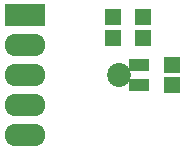
<source format=gts>
G04 #@! TF.FileFunction,Soldermask,Top*
%FSLAX46Y46*%
G04 Gerber Fmt 4.6, Leading zero omitted, Abs format (unit mm)*
G04 Created by KiCad (PCBNEW 4.0.1-stable) date 2017/04/29 17:49:22*
%MOMM*%
G01*
G04 APERTURE LIST*
%ADD10C,0.050000*%
%ADD11R,1.479500X1.449020*%
%ADD12R,3.448000X1.924000*%
%ADD13O,3.448000X1.924000*%
%ADD14C,2.025000*%
%ADD15R,0.922000X1.125000*%
G04 APERTURE END LIST*
D10*
D11*
X154500000Y-108373760D03*
X154500000Y-106626240D03*
D12*
X142000000Y-102420000D03*
D13*
X142000000Y-104960000D03*
X142000000Y-107500000D03*
X142000000Y-110040000D03*
X142000000Y-112580000D03*
D11*
X149500000Y-104373760D03*
X149500000Y-102626240D03*
X152000000Y-102626240D03*
X152000000Y-104373760D03*
D14*
X150000000Y-107500000D03*
D15*
X151252000Y-106662500D03*
X151252000Y-108337500D03*
X152074000Y-108337500D03*
X152074000Y-106662500D03*
M02*

</source>
